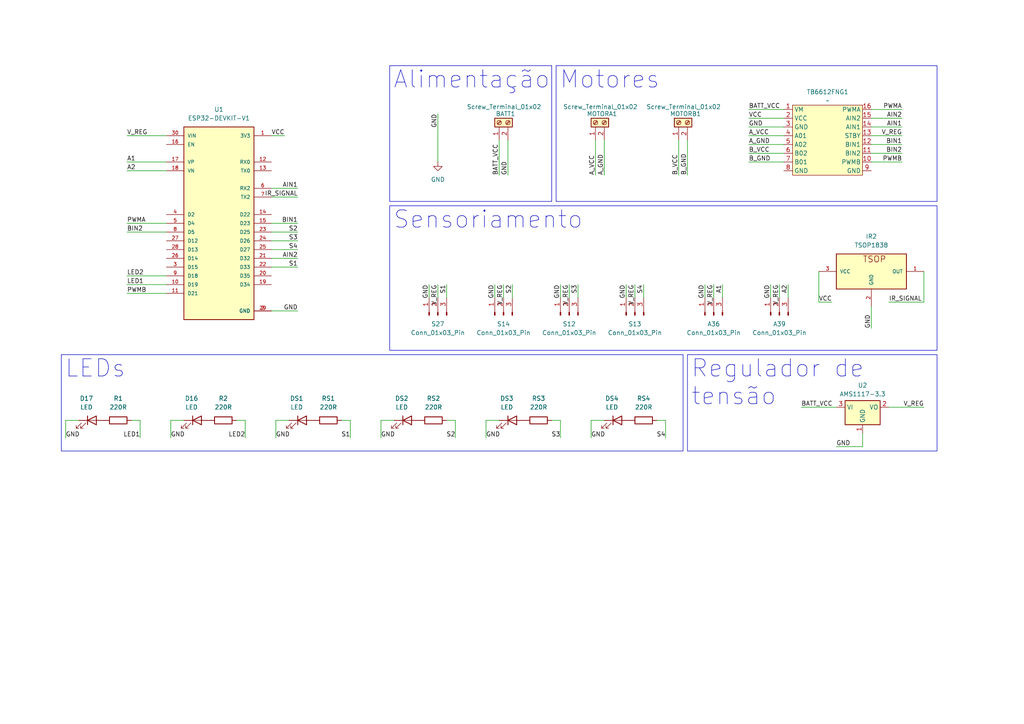
<source format=kicad_sch>
(kicad_sch (version 20250114) (generator "eeschema") (generator_version "9.0")
  (paper "A4")
  (lib_symbols
    (symbol "Connector:Conn_01x03_Pin" (pin_names (offset 1.016) (hide yes))
      (property "Reference" "J" (at 0 5.08 0))
      (property "Value" "Conn_01x03_Pin" (at 0 -5.08 0))
      (symbol "Conn_01x03_Pin_1_1"
        (rectangle (start 0.8636 2.667) (end 0 2.413) (stroke (width 0.1524)) (fill (type outline)))
        (rectangle (start 0.8636 0.127) (end 0 -0.127) (stroke (width 0.1524)) (fill (type outline)))
        (rectangle (start 0.8636 -2.413) (end 0 -2.667) (stroke (width 0.1524)) (fill (type outline)))
        (polyline (pts (xy 1.27 2.54) (xy 0.8636 2.54)) (stroke (width 0.1524)))
        (polyline (pts (xy 1.27 0) (xy 0.8636 0)) (stroke (width 0.1524)))
        (polyline (pts (xy 1.27 -2.54) (xy 0.8636 -2.54)) (stroke (width 0.1524)))
        (pin passive line (at 5.08 2.54 180) (length 3.81) (name "Pin_1") (number "1"))
        (pin passive line (at 5.08 0 180) (length 3.81) (name "Pin_2") (number "2"))
        (pin passive line (at 5.08 -2.54 180) (length 3.81) (name "Pin_3") (number "3"))
      )
    )
    (symbol "Connector:Screw_Terminal_01x02" (pin_names (offset 1.016) (hide yes))
      (property "Reference" "J" (at 0 2.54 0))
      (property "Value" "Screw_Terminal_01x02" (at 0 -5.08 0))
      (symbol "Screw_Terminal_01x02_1_1"
        (rectangle (start -1.27 1.27) (end 1.27 -3.81) (stroke (width 0.254)) (fill (type background)))
        (polyline (pts (xy -0.5334 0.3302) (xy 0.3302 -0.508)) (stroke (width 0.1524)))
        (polyline (pts (xy -0.5334 -2.2098) (xy 0.3302 -3.048)) (stroke (width 0.1524)))
        (polyline (pts (xy -0.3556 0.508) (xy 0.508 -0.3302)) (stroke (width 0.1524)))
        (polyline (pts (xy -0.3556 -2.032) (xy 0.508 -2.8702)) (stroke (width 0.1524)))
        (circle (center 0 0) (radius 0.635) (stroke (width 0.1524)))
        (circle (center 0 -2.54) (radius 0.635) (stroke (width 0.1524)))
        (pin passive line (at -5.08 0 0) (length 3.81) (name "Pin_1") (number "1"))
        (pin passive line (at -5.08 -2.54 0) (length 3.81) (name "Pin_2") (number "2"))
      )
    )
    (symbol "Device:LED" (pin_numbers (hide yes)) (pin_names (offset 1.016) (hide yes))
      (property "Reference" "D" (at 0 2.54 0))
      (property "Value" "LED" (at 0 -2.54 0))
      (symbol "LED_0_1"
        (polyline (pts (xy -3.048 -0.762) (xy -4.572 -2.286) (xy -3.81 -2.286) (xy -4.572 -2.286) (xy -4.572 -1.524)))
        (polyline (pts (xy -1.778 -0.762) (xy -3.302 -2.286) (xy -2.54 -2.286) (xy -3.302 -2.286) (xy -3.302 -1.524)))
        (polyline (pts (xy -1.27 0) (xy 1.27 0)))
        (polyline (pts (xy -1.27 -1.27) (xy -1.27 1.27)) (stroke (width 0.254)))
        (polyline (pts (xy 1.27 -1.27) (xy 1.27 1.27) (xy -1.27 0) (xy 1.27 -1.27)) (stroke (width 0.254)))
      )
      (symbol "LED_1_1"
        (pin passive line (at -3.81 0 0) (length 2.54) (name "K") (number "1"))
        (pin passive line (at 3.81 0 180) (length 2.54) (name "A") (number "2"))
      )
    )
    (symbol "Device:R" (pin_numbers (hide yes)) (pin_names (offset 0))
      (property "Reference" "R" (at 2.032 0 90))
      (property "Value" "R" (at 0 0 90))
      (symbol "R_0_1"
        (rectangle (start -1.016 -2.54) (end 1.016 2.54) (stroke (width 0.254)))
      )
      (symbol "R_1_1"
        (pin passive line (at 0 3.81 270) (length 1.27) (name "~") (number "1"))
        (pin passive line (at 0 -3.81 90) (length 1.27) (name "~") (number "2"))
      )
    )
    (symbol "ESP32-DEVKIT-V1:ESP32-DEVKIT-V1" (pin_names (offset 1.016))
      (property "Reference" "U" (at -10.16 30.48 0))
      (property "Value" "ESP32-DEVKIT-V1" (at -10.16 -30.48 0))
      (symbol "ESP32-DEVKIT-V1_0_0"
        (rectangle (start -10.16 -27.94) (end 10.16 27.94) (stroke (width 0.254)) (fill (type background)))
        (pin input line (at -15.24 25.4 0) (length 5.08) (name "VIN") (number "30"))
        (pin input line (at -15.24 22.86 0) (length 5.08) (name "EN") (number "16"))
        (pin bidirectional line (at -15.24 17.78 0) (length 5.08) (name "VP") (number "17"))
        (pin bidirectional line (at -15.24 15.24 0) (length 5.08) (name "VN") (number "18"))
        (pin bidirectional line (at -15.24 2.54 0) (length 5.08) (name "D2") (number "4"))
        (pin bidirectional line (at -15.24 0 0) (length 5.08) (name "D4") (number "5"))
        (pin bidirectional line (at -15.24 -2.54 0) (length 5.08) (name "D5") (number "8"))
        (pin bidirectional line (at -15.24 -5.08 0) (length 5.08) (name "D12") (number "27"))
        (pin bidirectional line (at -15.24 -7.62 0) (length 5.08) (name "D13") (number "28"))
        (pin bidirectional line (at -15.24 -10.16 0) (length 5.08) (name "D14") (number "26"))
        (pin bidirectional line (at -15.24 -12.7 0) (length 5.08) (name "D15") (number "3"))
        (pin bidirectional line (at -15.24 -15.24 0) (length 5.08) (name "D18") (number "9"))
        (pin bidirectional line (at -15.24 -17.78 0) (length 5.08) (name "D19") (number "10"))
        (pin bidirectional line (at -15.24 -20.32 0) (length 5.08) (name "D21") (number "11"))
        (pin output line (at 15.24 25.4 180) (length 5.08) (name "3V3") (number "1"))
        (pin input line (at 15.24 17.78 180) (length 5.08) (name "RX0") (number "12"))
        (pin output line (at 15.24 15.24 180) (length 5.08) (name "TX0") (number "13"))
        (pin input line (at 15.24 10.16 180) (length 5.08) (name "RX2") (number "6"))
        (pin output line (at 15.24 7.62 180) (length 5.08) (name "TX2") (number "7"))
        (pin bidirectional line (at 15.24 2.54 180) (length 5.08) (name "D22") (number "14"))
        (pin bidirectional line (at 15.24 0 180) (length 5.08) (name "D23") (number "15"))
        (pin bidirectional line (at 15.24 -2.54 180) (length 5.08) (name "D25") (number "23"))
        (pin bidirectional line (at 15.24 -5.08 180) (length 5.08) (name "D26") (number "24"))
        (pin bidirectional line (at 15.24 -7.62 180) (length 5.08) (name "D27") (number "25"))
        (pin bidirectional line (at 15.24 -10.16 180) (length 5.08) (name "D32") (number "21"))
        (pin bidirectional line (at 15.24 -12.7 180) (length 5.08) (name "D33") (number "22"))
        (pin bidirectional line (at 15.24 -15.24 180) (length 5.08) (name "D35") (number "20"))
        (pin bidirectional line (at 15.24 -17.78 180) (length 5.08) (name "D34") (number "19"))
        (pin power_in line (at 15.24 -25.4 180) (length 5.08) (name "GND") (number "2"))
        (pin power_in line (at 15.24 -25.4 180) (length 5.08) (name "GND") (number "29"))
      )
    )
    (symbol "My_TB6612FNG:TB6612FNG"
      (property "Reference" "Motor_Driver" (at 0 12.192 0))
      (symbol "TB6612FNG_1_1"
        (rectangle (start -10.16 10.16) (end 10.16 -10.16) (fill (type background)))
        (pin input line (at -12.7 8.89 0) (length 2.54) (name "VM") (number "1"))
        (pin input line (at -12.7 6.35 0) (length 2.54) (name "VCC") (number "2"))
        (pin input line (at -12.7 3.81 0) (length 2.54) (name "GND") (number "3"))
        (pin input line (at -12.7 1.27 0) (length 2.54) (name "A01") (number "4"))
        (pin input line (at -12.7 -1.27 0) (length 2.54) (name "A02") (number "5"))
        (pin input line (at -12.7 -3.81 0) (length 2.54) (name "B02") (number "6"))
        (pin input line (at -12.7 -6.35 0) (length 2.54) (name "B01") (number "7"))
        (pin input line (at -12.7 -8.89 0) (length 2.54) (name "GND") (number "8"))
        (pin input line (at 12.7 8.89 180) (length 2.54) (name "PWMA") (number "16"))
        (pin input line (at 12.7 6.35 180) (length 2.54) (name "AIN2") (number "15"))
        (pin input line (at 12.7 3.81 180) (length 2.54) (name "AIN1") (number "14"))
        (pin input line (at 12.7 1.27 180) (length 2.54) (name "STBY") (number "13"))
        (pin input line (at 12.7 -1.27 180) (length 2.54) (name "BIN1") (number "12"))
        (pin input line (at 12.7 -3.81 180) (length 2.54) (name "BIN2") (number "11"))
        (pin input line (at 12.7 -6.35 180) (length 2.54) (name "PWMB") (number "10"))
        (pin input line (at 12.7 -8.89 180) (length 2.54) (name "GND") (number "9"))
      )
    )
    (symbol "Regulator_Linear:AMS1117-3.3"
      (property "Reference" "U" (at -3.81 3.175 0))
      (property "Value" "AMS1117-3.3" (at 0 3.175 0))
      (symbol "AMS1117-3.3_0_1"
        (rectangle (start -5.08 -5.08) (end 5.08 1.905) (stroke (width 0.254)) (fill (type background)))
      )
      (symbol "AMS1117-3.3_1_1"
        (pin power_in line (at -7.62 0 0) (length 2.54) (name "VI") (number "3"))
        (pin power_in line (at 0 -7.62 90) (length 2.54) (name "GND") (number "1"))
        (pin power_out line (at 7.62 0 180) (length 2.54) (name "VO") (number "2"))
      )
    )
    (symbol "TSOP1838:TSOP1838" (pin_names (offset 1.016))
      (property "Reference" "U" (at -3.81 6.604 0))
      (property "Value" "TSOP1838" (at 0 0 0))
      (symbol "TSOP1838_0_0"
        (rectangle (start -10.16 -5.08) (end 10.16 5.08) (stroke (width 0.254)) (fill (type background)))
        (text "TSOP" (at -2.54 2.54 0) (effects (font (size 1.778 1.778)) (justify left bottom)))
        (pin power_in line (at -15.24 0 0) (length 5.08) (name "VCC") (number "3"))
        (pin power_in line (at 0 -10.16 90) (length 5.08) (name "GND") (number "2"))
        (pin output line (at 15.24 0 180) (length 5.08) (name "OUT") (number "1"))
      )
    )
    (symbol "power:GND" (power) (pin_numbers (hide yes)) (pin_names (offset 0) (hide yes))
      (property "Value" "GND" (at 0 -3.81 0))
      (symbol "GND_0_1"
        (polyline (pts (xy 0 0) (xy 0 -1.27) (xy 1.27 -1.27) (xy 0 -2.54) (xy -1.27 -1.27) (xy 0 -1.27)))
      )
      (symbol "GND_1_1"
        (pin power_in line (at 0 0 270) (length 0) (name "~") (number "1"))
      )
    )
  )
  (text_box "Regulador de tensão" (at 199.39 102.87 0) (size 72.39 27.94) (margins 0.9525 0.9525 0.9525 0.9525) (effects (font (size 5 5)) (justify left top)))
  (text_box "Sensoriamento\n" (at 113.03 59.69 0) (size 158.75 41.91) (margins 0.9525 0.9525 0.9525 0.9525) (effects (font (size 5 5)) (justify left top)))
  (text_box "Alimentação" (at 113.03 19.05 0) (size 46.99 39.37) (margins 0.9525 0.9525 0.9525 0.9525) (effects (font (size 5 5)) (justify left top)))
  (text_box "LEDs\n" (at 17.78 102.87 0) (size 180.34 27.94) (margins 0.9525 0.9525 0.9525 0.9525) (effects (font (size 5 5)) (justify left top)))
  (text_box "Motores" (at 161.29 19.05 0) (size 110.49 39.37) (margins 0.9525 0.9525 0.9525 0.9525) (effects (font (size 5 5)) (justify left top)))
  (wire (pts (xy 78.74 72.39) (xy 86.36 72.39)))
  (wire (pts (xy 181.61 82.55) (xy 181.61 86.36)))
  (wire (pts (xy 237.49 87.63) (xy 241.3 87.63)))
  (wire (pts (xy 217.17 41.91) (xy 227.33 41.91)))
  (wire (pts (xy 147.32 40.64) (xy 147.32 50.8)))
  (wire (pts (xy 80.01 121.92) (xy 80.01 127)))
  (wire (pts (xy 257.81 87.63) (xy 267.97 87.63)))
  (wire (pts (xy 78.74 54.61) (xy 86.36 54.61)))
  (wire (pts (xy 162.56 82.55) (xy 162.56 86.36)))
  (wire (pts (xy 252.73 46.99) (xy 261.62 46.99)))
  (wire (pts (xy 226.06 82.55) (xy 226.06 86.36)))
  (wire (pts (xy 172.72 40.64) (xy 172.72 50.8)))
  (wire (pts (xy 250.19 125.73) (xy 250.19 129.54)))
  (wire (pts (xy 86.36 64.77) (xy 78.74 64.77)))
  (wire (pts (xy 144.78 40.64) (xy 144.78 50.8)))
  (wire (pts (xy 40.64 121.92) (xy 40.64 127)))
  (wire (pts (xy 49.53 121.92) (xy 49.53 127)))
  (wire (pts (xy 99.06 121.92) (xy 101.6 121.92)))
  (wire (pts (xy 232.41 118.11) (xy 242.57 118.11)))
  (wire (pts (xy 175.26 121.92) (xy 171.45 121.92)))
  (wire (pts (xy 186.69 82.55) (xy 186.69 86.36)))
  (wire (pts (xy 114.3 121.92) (xy 110.49 121.92)))
  (wire (pts (xy 162.56 121.92) (xy 162.56 127)))
  (wire (pts (xy 160.02 121.92) (xy 162.56 121.92)))
  (wire (pts (xy 217.17 31.75) (xy 227.33 31.75)))
  (wire (pts (xy 71.12 121.92) (xy 71.12 127)))
  (wire (pts (xy 36.83 64.77) (xy 48.26 64.77)))
  (wire (pts (xy 217.17 39.37) (xy 227.33 39.37)))
  (wire (pts (xy 257.81 118.11) (xy 267.97 118.11)))
  (wire (pts (xy 167.64 82.55) (xy 167.64 86.36)))
  (wire (pts (xy 36.83 82.55) (xy 48.26 82.55)))
  (wire (pts (xy 144.78 121.92) (xy 140.97 121.92)))
  (wire (pts (xy 217.17 36.83) (xy 227.33 36.83)))
  (wire (pts (xy 184.15 82.55) (xy 184.15 86.36)))
  (wire (pts (xy 127 33.02) (xy 127 46.99)))
  (wire (pts (xy 209.55 82.55) (xy 209.55 86.36)))
  (wire (pts (xy 175.26 40.64) (xy 175.26 50.8)))
  (wire (pts (xy 146.05 82.55) (xy 146.05 86.36)))
  (wire (pts (xy 252.73 31.75) (xy 261.62 31.75)))
  (wire (pts (xy 78.74 69.85) (xy 86.36 69.85)))
  (wire (pts (xy 22.86 121.92) (xy 19.05 121.92)))
  (wire (pts (xy 171.45 121.92) (xy 171.45 127)))
  (wire (pts (xy 190.5 121.92) (xy 193.04 121.92)))
  (wire (pts (xy 140.97 121.92) (xy 140.97 127)))
  (wire (pts (xy 127 82.55) (xy 127 86.36)))
  (wire (pts (xy 252.73 44.45) (xy 261.62 44.45)))
  (wire (pts (xy 78.74 74.93) (xy 86.36 74.93)))
  (wire (pts (xy 78.74 77.47) (xy 86.36 77.47)))
  (wire (pts (xy 196.85 40.64) (xy 196.85 50.8)))
  (wire (pts (xy 252.73 36.83) (xy 261.62 36.83)))
  (wire (pts (xy 78.74 90.17) (xy 86.36 90.17)))
  (wire (pts (xy 252.73 39.37) (xy 261.62 39.37)))
  (wire (pts (xy 165.1 82.55) (xy 165.1 86.36)))
  (wire (pts (xy 237.49 78.74) (xy 237.49 87.63)))
  (wire (pts (xy 132.08 121.92) (xy 132.08 127)))
  (wire (pts (xy 36.83 67.31) (xy 48.26 67.31)))
  (wire (pts (xy 78.74 67.31) (xy 86.36 67.31)))
  (wire (pts (xy 36.83 49.53) (xy 48.26 49.53)))
  (wire (pts (xy 101.6 121.92) (xy 101.6 127)))
  (wire (pts (xy 78.74 39.37) (xy 82.55 39.37)))
  (wire (pts (xy 228.6 82.55) (xy 228.6 86.36)))
  (wire (pts (xy 252.73 34.29) (xy 261.62 34.29)))
  (wire (pts (xy 242.57 129.54) (xy 250.19 129.54)))
  (wire (pts (xy 252.73 88.9) (xy 252.73 95.25)))
  (wire (pts (xy 199.39 40.64) (xy 199.39 50.8)))
  (wire (pts (xy 36.83 85.09) (xy 48.26 85.09)))
  (wire (pts (xy 53.34 121.92) (xy 49.53 121.92)))
  (wire (pts (xy 110.49 121.92) (xy 110.49 127)))
  (wire (pts (xy 83.82 121.92) (xy 80.01 121.92)))
  (wire (pts (xy 19.05 121.92) (xy 19.05 127)))
  (wire (pts (xy 36.83 39.37) (xy 48.26 39.37)))
  (wire (pts (xy 193.04 121.92) (xy 193.04 127)))
  (wire (pts (xy 129.54 121.92) (xy 132.08 121.92)))
  (wire (pts (xy 129.54 82.55) (xy 129.54 86.36)))
  (wire (pts (xy 38.1 121.92) (xy 40.64 121.92)))
  (wire (pts (xy 204.47 82.55) (xy 204.47 86.36)))
  (wire (pts (xy 148.59 82.55) (xy 148.59 86.36)))
  (wire (pts (xy 207.01 82.55) (xy 207.01 86.36)))
  (wire (pts (xy 252.73 41.91) (xy 261.62 41.91)))
  (wire (pts (xy 217.17 34.29) (xy 227.33 34.29)))
  (wire (pts (xy 68.58 121.92) (xy 71.12 121.92)))
  (wire (pts (xy 217.17 44.45) (xy 227.33 44.45)))
  (wire (pts (xy 217.17 46.99) (xy 227.33 46.99)))
  (wire (pts (xy 143.51 82.55) (xy 143.51 86.36)))
  (wire (pts (xy 36.83 46.99) (xy 48.26 46.99)))
  (wire (pts (xy 48.26 80.01) (xy 36.83 80.01)))
  (wire (pts (xy 223.52 82.55) (xy 223.52 86.36)))
  (wire (pts (xy 124.46 82.55) (xy 124.46 86.36)))
  (wire (pts (xy 78.74 57.15) (xy 86.36 57.15)))
  (wire (pts (xy 267.97 78.74) (xy 267.97 87.63)))
  (label "A_GND" (at 175.26 50.8 90))
  (label "S1" (at 101.6 127 180))
  (label "A_VCC" (at 217.17 39.37 0))
  (label "V_REG" (at 267.97 118.11 180))
  (label "S3" (at 167.64 82.55 270))
  (label "GND" (at 181.61 82.55 270))
  (label "GND" (at 19.05 127 0))
  (label "AIN2" (at 261.62 34.29 180))
  (label "S2" (at 132.08 127 180))
  (label "V_REG" (at 146.05 82.55 270))
  (label "S2" (at 86.36 67.31 180))
  (label "GND" (at 80.01 127 0))
  (label "V_REG" (at 165.1 82.55 270))
  (label "PWMA" (at 261.62 31.75 180))
  (label "BIN1" (at 86.36 64.77 180))
  (label "AIN1" (at 86.36 54.61 180))
  (label "IR_SIGNAL" (at 257.81 87.63 0))
  (label "AIN1" (at 261.62 36.83 180))
  (label "GND" (at 223.52 82.55 270))
  (label "V_REG" (at 261.62 39.37 180))
  (label "GND" (at 171.45 127 0))
  (label "GND" (at 140.97 127 0))
  (label "B_VCC" (at 196.85 50.8 90))
  (label "GND" (at 147.32 50.8 90))
  (label "GND" (at 252.73 95.25 90))
  (label "BATT_VCC" (at 232.41 118.11 0))
  (label "S4" (at 186.69 82.55 270))
  (label "S3" (at 162.56 127 180))
  (label "V_REG" (at 184.15 82.55 270))
  (label "GND" (at 127 33.02 270))
  (label "A2" (at 228.6 82.55 270))
  (label "V_REG" (at 127 82.55 270))
  (label "V_REG" (at 36.83 39.37 0))
  (label "BIN2" (at 261.62 44.45 180))
  (label "S4" (at 193.04 127 180))
  (label "A1" (at 36.83 46.99 0))
  (label "VCC" (at 82.55 39.37 180))
  (label "S4" (at 86.36 72.39 180))
  (label "A_VCC" (at 172.72 50.8 90))
  (label "S1" (at 129.54 82.55 270))
  (label "GND" (at 143.51 82.55 270))
  (label "IR_SIGNAL" (at 86.36 57.15 180))
  (label "VCC" (at 241.3 87.63 180))
  (label "V_REG" (at 207.01 82.55 270))
  (label "LED1" (at 40.64 127 180))
  (label "B_GND" (at 217.17 46.99 0))
  (label "B_GND" (at 199.39 50.8 90))
  (label "LED1" (at 36.83 82.55 0))
  (label "BATT_VCC" (at 144.78 50.8 90))
  (label "BIN2" (at 36.83 67.31 0))
  (label "S3" (at 86.36 69.85 180))
  (label "GND" (at 242.57 129.54 0))
  (label "GND" (at 204.47 82.55 270))
  (label "PWMA" (at 36.83 64.77 0))
  (label "A_GND" (at 217.17 41.91 0))
  (label "BATT_VCC" (at 217.17 31.75 0))
  (label "GND" (at 217.17 36.83 0))
  (label "LED2" (at 71.12 127 180))
  (label "A1" (at 209.55 82.55 270))
  (label "GND" (at 124.46 82.55 270))
  (label "V_REG" (at 226.06 82.55 270))
  (label "GND" (at 49.53 127 0))
  (label "GND" (at 162.56 82.55 270))
  (label "BIN1" (at 261.62 41.91 180))
  (label "GND" (at 86.36 90.17 180))
  (label "GND" (at 110.49 127 0))
  (label "LED2" (at 36.83 80.01 0))
  (label "VCC" (at 217.17 34.29 0))
  (label "PWMB" (at 36.83 85.09 0))
  (label "A2" (at 36.83 49.53 0))
  (label "PWMB" (at 261.62 46.99 180))
  (label "S1" (at 86.36 77.47 180))
  (label "S2" (at 148.59 82.55 270))
  (label "B_VCC" (at 217.17 44.45 0))
  (label "AIN2" (at 86.36 74.93 180))
  (symbol (lib_id "Device:R") (at 125.73 121.92 90) (unit 1)
    (property "Reference" "RS2" (at 125.73 115.57 90))
    (property "Value" "220R" (at 125.73 118.11 90))
    (property "Footprint" "Resistor_SMD:R_0603_1608Metric" (effects (hide yes)))
    (property "Description" "Resistor" (effects (hide yes)))
  )
  (symbol (lib_id "Connector:Conn_01x03_Pin") (at 207.01 91.44 90) (unit 1)
    (property "Reference" "A36" (at 207.01 93.98 90))
    (property "Value" "Conn_01x03_Pin" (at 207.01 96.52 90))
    (property "Footprint" "Connector_Molex:Molex_KK-254_AE-6410-03A_1x03_P2.54mm_Vertical" (effects (hide yes)))
    (property "Description" "Generic connector, single row, 01x03, script generated" (effects (hide yes)))
  )
  (symbol (lib_id "Device:LED") (at 118.11 121.92 0) (unit 1)
    (property "Reference" "DS2" (at 116.5225 115.57 0))
    (property "Value" "LED" (at 116.5225 118.11 0))
    (property "Footprint" "LED_SMD:LED_0603_1608Metric" (effects (hide yes)))
    (property "Description" "Light emitting diode" (effects (hide yes)))
    (property "Sim.Pins" "1=K 2=A" (effects (hide yes)))
  )
  (symbol (lib_id "Device:LED") (at 57.15 121.92 0) (unit 1)
    (property "Reference" "D16" (at 55.5625 115.57 0))
    (property "Value" "LED" (at 55.5625 118.11 0))
    (property "Footprint" "LED_SMD:LED_0603_1608Metric" (effects (hide yes)))
    (property "Description" "Light emitting diode" (effects (hide yes)))
    (property "Sim.Pins" "1=K 2=A" (effects (hide yes)))
  )
  (symbol (lib_id "Device:R") (at 186.69 121.92 90) (unit 1)
    (property "Reference" "RS4" (at 186.69 115.57 90))
    (property "Value" "220R" (at 186.69 118.11 90))
    (property "Footprint" "Resistor_SMD:R_0603_1608Metric" (effects (hide yes)))
    (property "Description" "Resistor" (effects (hide yes)))
  )
  (symbol (lib_id "ESP32-DEVKIT-V1:ESP32-DEVKIT-V1") (at 63.5 64.77 0) (unit 1)
    (property "Reference" "U1" (at 63.5 31.75 0))
    (property "Value" "ESP32-DEVKIT-V1" (at 63.5 34.29 0))
    (property "Footprint" "ESP32-DEVKIT-V1:MODULE_ESP32_DEVKIT_V1" (effects (hide yes)))
    (property "MF" "Do it" (effects (hide yes)))
    (property "MAXIMUM_PACKAGE_HEIGHT" "6.8 mm" (effects (hide yes)))
    (property "Package" "None" (effects (hide yes)))
    (property "Price" "None" (effects (hide yes)))
    (property "Check_prices" "https://www.snapeda.com/parts/ESP32-DEVKIT-V1/Do+it/view-part/?ref=eda" (effects (hide yes)))
    (property "STANDARD" "Manufacturer Recommendations" (effects (hide yes)))
    (property "PARTREV" "N/A" (effects (hide yes)))
    (property "SnapEDA_Link" "https://www.snapeda.com/parts/ESP32-DEVKIT-V1/Do+it/view-part/?ref=snap" (effects (hide yes)))
    (property "MP" "ESP32-DEVKIT-V1" (effects (hide yes)))
    (property "Description_1" "Dual core, Wi-Fi: 2.4 GHz up to 150 Mbits/s,BLE (Bluetooth Low Energy) and legacy Bluetooth, 32 bits, Up to 240 MHz" (effects (hide yes)))
    (property "Availability" "Not in stock" (effects (hide yes)))
    (property "MANUFACTURER" "DOIT" (effects (hide yes)))
  )
  (symbol (lib_id "Device:LED") (at 26.67 121.92 0) (unit 1)
    (property "Reference" "D17" (at 25.0825 115.57 0))
    (property "Value" "LED" (at 25.0825 118.11 0))
    (property "Footprint" "LED_SMD:LED_0603_1608Metric" (effects (hide yes)))
    (property "Description" "Light emitting diode" (effects (hide yes)))
    (property "Sim.Pins" "1=K 2=A" (effects (hide yes)))
  )
  (symbol (lib_id "Device:LED") (at 148.59 121.92 0) (unit 1)
    (property "Reference" "DS3" (at 147.0025 115.57 0))
    (property "Value" "LED" (at 147.0025 118.11 0))
    (property "Footprint" "LED_SMD:LED_0603_1608Metric" (effects (hide yes)))
    (property "Description" "Light emitting diode" (effects (hide yes)))
    (property "Sim.Pins" "1=K 2=A" (effects (hide yes)))
  )
  (symbol (lib_id "Connector:Screw_Terminal_01x02") (at 172.72 35.56 90) (unit 1)
    (property "Reference" "MOTORA1" (at 170.18 33.02 90) (effects (justify right)))
    (property "Value" "Screw_Terminal_01x02" (at 163.322 30.988 90) (effects (justify right)))
    (property "Footprint" "TerminalBlock:TerminalBlock_Xinya_XY308-2.54-2P_1x02_P2.54mm_Horizontal" (effects (hide yes)))
    (property "Description" "Generic screw terminal, single row, 01x02, script generated (kicad-library-utils/schlib/autogen/connector/)" (effects (hide yes)))
  )
  (symbol (lib_id "Regulator_Linear:AMS1117-3.3") (at 250.19 118.11 0) (unit 1)
    (property "Reference" "U2" (at 250.19 111.76 0))
    (property "Value" "AMS1117-3.3" (at 250.19 114.3 0))
    (property "Footprint" "Package_TO_SOT_SMD:SOT-223-3_TabPin2" (effects (hide yes)))
    (property "Datasheet" "http://www.advanced-monolithic.com/pdf/ds1117.pdf" (effects (hide yes)))
    (property "Description" "1A Low Dropout regulator, positive, 3.3V fixed output, SOT-223" (effects (hide yes)))
  )
  (symbol (lib_id "Device:LED") (at 179.07 121.92 0) (unit 1)
    (property "Reference" "DS4" (at 177.4825 115.57 0))
    (property "Value" "LED" (at 177.4825 118.11 0))
    (property "Footprint" "LED_SMD:LED_0603_1608Metric" (effects (hide yes)))
    (property "Description" "Light emitting diode" (effects (hide yes)))
    (property "Sim.Pins" "1=K 2=A" (effects (hide yes)))
  )
  (symbol (lib_id "Device:R") (at 64.77 121.92 90) (unit 1)
    (property "Reference" "R2" (at 64.77 115.57 90))
    (property "Value" "220R" (at 64.77 118.11 90))
    (property "Footprint" "Resistor_SMD:R_0603_1608Metric" (effects (hide yes)))
    (property "Description" "Resistor" (effects (hide yes)))
  )
  (symbol (lib_id "TSOP1838:TSOP1838") (at 252.73 78.74 0) (unit 1)
    (property "Reference" "IR2" (at 252.73 68.58 0))
    (property "Value" "TSOP1838" (at 252.73 71.12 0))
    (property "Footprint" "TSOP1838:TSOP1838" (effects (hide yes)))
    (property "MF" "Vishay" (effects (hide yes)))
    (property "Description_1" "IR Remote Receiver 38KHz 35m 3-Pin" (effects (hide yes)))
    (property "Package" "None" (effects (hide yes)))
    (property "Price" "None" (effects (hide yes)))
    (property "SnapEDA_Link" "https://www.snapeda.com/parts/TSOP1838/Vishay/view-part/?ref=snap" (effects (hide yes)))
    (property "MP" "TSOP1838" (effects (hide yes)))
    (property "Availability" "In Stock" (effects (hide yes)))
    (property "Check_prices" "https://www.snapeda.com/parts/TSOP1838/Vishay/view-part/?ref=eda" (effects (hide yes)))
  )
  (symbol (lib_id "Connector:Screw_Terminal_01x02") (at 144.78 35.56 90) (unit 1)
    (property "Reference" "BATT1" (at 143.764 33.02 90) (effects (justify right)))
    (property "Value" "Screw_Terminal_01x02" (at 135.382 30.988 90) (effects (justify right)))
    (property "Footprint" "TerminalBlock:TerminalBlock_Xinya_XY308-2.54-2P_1x02_P2.54mm_Horizontal" (effects (hide yes)))
    (property "Description" "Generic screw terminal, single row, 01x02, script generated (kicad-library-utils/schlib/autogen/connector/)" (effects (hide yes)))
  )
  (symbol (lib_id "Device:R") (at 95.25 121.92 90) (unit 1)
    (property "Reference" "RS1" (at 95.25 115.57 90))
    (property "Value" "220R" (at 95.25 118.11 90))
    (property "Footprint" "Resistor_SMD:R_0603_1608Metric" (effects (hide yes)))
    (property "Description" "Resistor" (effects (hide yes)))
  )
  (symbol (lib_id "Connector:Screw_Terminal_01x02") (at 196.85 35.56 90) (unit 1)
    (property "Reference" "MOTORB1" (at 194.31 33.02 90) (effects (justify right)))
    (property "Value" "Screw_Terminal_01x02" (at 187.452 30.988 90) (effects (justify right)))
    (property "Footprint" "TerminalBlock:TerminalBlock_Xinya_XY308-2.54-2P_1x02_P2.54mm_Horizontal" (effects (hide yes)))
    (property "Description" "Generic screw terminal, single row, 01x02, script generated (kicad-library-utils/schlib/autogen/connector/)" (effects (hide yes)))
  )
  (symbol (lib_id "Device:R") (at 156.21 121.92 90) (unit 1)
    (property "Reference" "RS3" (at 156.21 115.57 90))
    (property "Value" "220R" (at 156.21 118.11 90))
    (property "Footprint" "Resistor_SMD:R_0603_1608Metric" (effects (hide yes)))
    (property "Description" "Resistor" (effects (hide yes)))
  )
  (symbol (lib_id "Connector:Conn_01x03_Pin") (at 127 91.44 90) (unit 1)
    (property "Reference" "S27" (at 127 93.98 90))
    (property "Value" "Conn_01x03_Pin" (at 127 96.52 90))
    (property "Footprint" "Connector_Molex:Molex_KK-254_AE-6410-03A_1x03_P2.54mm_Vertical" (effects (hide yes)))
    (property "Description" "Generic connector, single row, 01x03, script generated" (effects (hide yes)))
  )
  (symbol (lib_id "Connector:Conn_01x03_Pin") (at 165.1 91.44 90) (unit 1)
    (property "Reference" "S12" (at 165.1 93.98 90))
    (property "Value" "Conn_01x03_Pin" (at 165.1 96.52 90))
    (property "Footprint" "Connector_Molex:Molex_KK-254_AE-6410-03A_1x03_P2.54mm_Vertical" (effects (hide yes)))
    (property "Description" "Generic connector, single row, 01x03, script generated" (effects (hide yes)))
  )
  (symbol (lib_id "Device:LED") (at 87.63 121.92 0) (unit 1)
    (property "Reference" "DS1" (at 86.0425 115.57 0))
    (property "Value" "LED" (at 86.0425 118.11 0))
    (property "Footprint" "LED_SMD:LED_0603_1608Metric" (effects (hide yes)))
    (property "Description" "Light emitting diode" (effects (hide yes)))
    (property "Sim.Pins" "1=K 2=A" (effects (hide yes)))
  )
  (symbol (lib_id "Connector:Conn_01x03_Pin") (at 226.06 91.44 90) (unit 1)
    (property "Reference" "A39" (at 226.06 93.98 90))
    (property "Value" "Conn_01x03_Pin" (at 226.06 96.52 90))
    (property "Footprint" "Connector_Molex:Molex_KK-254_AE-6410-03A_1x03_P2.54mm_Vertical" (effects (hide yes)))
    (property "Description" "Generic connector, single row, 01x03, script generated" (effects (hide yes)))
  )
  (symbol (lib_id "Connector:Conn_01x03_Pin") (at 184.15 91.44 90) (unit 1)
    (property "Reference" "S13" (at 184.15 93.98 90))
    (property "Value" "Conn_01x03_Pin" (at 184.15 96.52 90))
    (property "Footprint" "Connector_Molex:Molex_KK-254_AE-6410-03A_1x03_P2.54mm_Vertical" (effects (hide yes)))
    (property "Description" "Generic connector, single row, 01x03, script generated" (effects (hide yes)))
  )
  (symbol (lib_id "Connector:Conn_01x03_Pin") (at 146.05 91.44 90) (unit 1)
    (property "Reference" "S14" (at 146.05 93.98 90))
    (property "Value" "Conn_01x03_Pin" (at 146.05 96.52 90))
    (property "Footprint" "Connector_Molex:Molex_KK-254_AE-6410-03A_1x03_P2.54mm_Vertical" (effects (hide yes)))
    (property "Description" "Generic connector, single row, 01x03, script generated" (effects (hide yes)))
  )
  (symbol (lib_id "Device:R") (at 34.29 121.92 90) (unit 1)
    (property "Reference" "R1" (at 34.29 115.57 90))
    (property "Value" "220R" (at 34.29 118.11 90))
    (property "Footprint" "Resistor_SMD:R_0603_1608Metric" (effects (hide yes)))
    (property "Description" "Resistor" (effects (hide yes)))
  )
  (symbol (lib_id "power:GND") (at 127 46.99 0) (unit 1)
    (property "Reference" "#PWR01" (effects (hide yes)))
    (property "Value" "GND" (at 127 52.07 0))
    (property "Description" "Power symbol creates a global label with name \"GND\" , ground" (effects (hide yes)))
  )
  (symbol (lib_id "My_TB6612FNG:TB6612FNG") (at 240.03 40.64 0) (unit 1)
    (property "Reference" "TB6612FNG1" (at 240.03 26.67 0))
    (property "Value" "~" (at 240.03 29.21 0))
    (property "Footprint" "My_TB6612FNG:Socket_TB6612FNG" (effects (hide yes)))
  )
)
</source>
